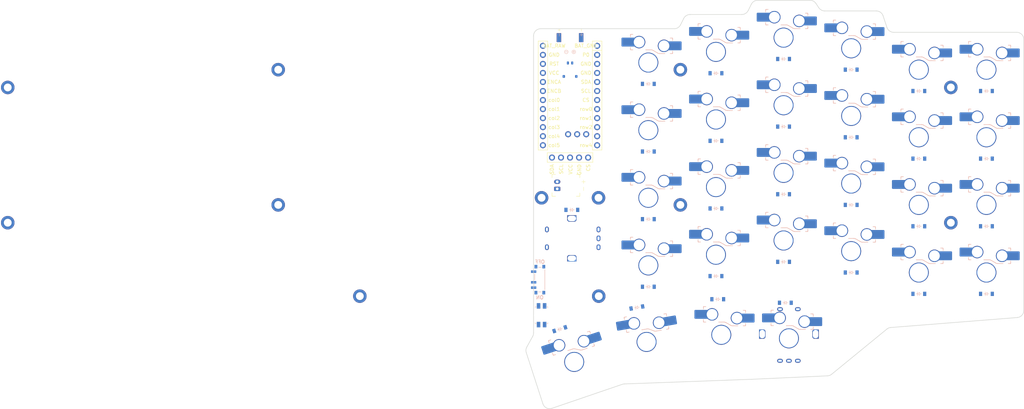
<source format=kicad_pcb>
(kicad_pcb (version 20240108) (generator "ergogen") (generator_version "4.1.0")
  (title_block (title "right") (date "2025-04-14") (rev "v1.0.0") (company "Unknown"))
  (layers (0 "F.Cu" signal) (31 "B.Cu" signal) (34 "B.Paste" user) (35 "F.Paste" user) (36 "B.SilkS" user "B.Silkscreen") (37 "F.SilkS" user "F.Silkscreen") (38 "B.Mask" user) (39 "F.Mask" user) (44 "Edge.Cuts" user))
  (net 0 "")
  (net 1 "col0")
  (net 2 "mirror_outer_bottom")
  (net 3 "GND")
  (net 4 "mirror_outer_home")
  (net 5 "mirror_outer_top")
  (net 6 "mirror_outer_num")
  (net 7 "col1")
  (net 8 "mirror_pinky_bottom")
  (net 9 "mirror_pinky_home")
  (net 10 "mirror_pinky_top")
  (net 11 "mirror_pinky_num")
  (net 12 "col2")
  (net 13 "mirror_ring_bottom")
  (net 14 "mirror_ring_home")
  (net 15 "mirror_ring_top")
  (net 16 "mirror_ring_num")
  (net 17 "col3")
  (net 18 "mirror_middle_bottom")
  (net 19 "mirror_middle_home")
  (net 20 "mirror_middle_top")
  (net 21 "mirror_middle_num")
  (net 22 "col4")
  (net 23 "mirror_index_bottom")
  (net 24 "mirror_index_home")
  (net 25 "mirror_index_top")
  (net 26 "mirror_index_num")
  (net 27 "col5")
  (net 28 "mirror_inner_bottom")
  (net 29 "mirror_inner_home")
  (net 30 "mirror_inner_top")
  (net 31 "mirror_inner_num")
  (net 32 "mirror_inner_cluster")
  (net 33 "mirror_home_cluster")
  (net 34 "mirror_layer_cluster")
  (net 35 "mirror_space_cluster")
  (net 36 "row3")
  (net 37 "row2")
  (net 38 "row1")
  (net 39 "row0")
  (net 40 "row4")
  (net 41 "mirror_scrollwheel_enc")
  (net 42 "scrollwheel_enc")
  (net 43 "ENCA")
  (net 44 "ENCB")
  (net 45 "ENCC")
  (net 46 "ENCD")
  (net 47 "BAT_RAW")
  (net 48 "RST")
  (net 49 "VCC")
  (net 50 "BAT_GND")
  (net 51 "P0")
  (net 52 "SDA")
  (net 53 "SCL")
  (net 54 "CS")
  (net 55 "P107")
  (net 56 "MCU1_24")
  (net 57 "MCU1_1")
  (net 58 "MCU1_23")
  (net 59 "MCU1_2")
  (net 60 "MCU1_22")
  (net 61 "MCU1_3")
  (net 62 "MCU1_21")
  (net 63 "MCU1_4")
  (net 64 "MCU1_20")
  (net 65 "MCU1_5")
  (net 66 "MCU1_19")
  (net 67 "MCU1_6")
  (net 68 "MCU1_18")
  (net 69 "MCU1_7")
  (net 70 "MCU1_17")
  (net 71 "MCU1_8")
  (net 72 "MCU1_16")
  (net 73 "MCU1_9")
  (net 74 "MCU1_15")
  (net 75 "MCU1_10")
  (net 76 "MCU1_14")
  (net 77 "MCU1_11")
  (net 78 "MCU1_13")
  (net 79 "MCU1_12")
  (net 80 "ON_P")
  (net 81 "PAD_3")
  (net 82 "PAD_4")
  (net 83 "PAD_5")
  (net 84 "DISP1_1")
  (net 85 "DISP1_2")
  (net 86 "DISP1_4")
  (net 87 "DISP1_5")
  (net 88 "JST1_1")
  (net 89 "JST1_2")
  (footprint "ceoloide:switch_gateron_ks27_ks33" (layer "B.Cu") (at 335 131 -180)
    (property "Reference" "S1" hide)
    (pad "" thru_hole circle (at 0 0 -180) (size 5.6 5.6) (drill 5.1) (layers "*.Cu" "*.Mask"))
    (pad "1" thru_hole circle (at -4.4 4.7 -180) (size 3.5 3.5) (drill 3) (layers "*.Cu" "*.Mask") (net 1 "col0"))
    (pad "2" thru_hole circle (at 2.6 5.75 -180) (size 3.5 3.5) (drill 3) (layers "*.Cu" "*.Mask") (net 2 "mirror_outer_bottom"))
    (pad "1" smd roundrect (at -7.35 4.7 -180) (size 4 2.5) (layers "B.Cu") (roundrect_rratio 0.1) (net 1 "col0"))
    (pad "2" smd roundrect (at 5.55 5.75 -180) (size 4 2.5) (layers "B.Cu") (roundrect_rratio 0.1) (net 2 "mirror_outer_bottom"))
  )
  (footprint "ceoloide:switch_gateron_ks27_ks33" (layer "B.Cu") (at 335 112 -180)
    (property "Reference" "S2" hide)
    (pad "" thru_hole circle (at 0 0 -180) (size 5.6 5.6) (drill 5.1) (layers "*.Cu" "*.Mask"))
    (pad "1" thru_hole circle (at -4.4 4.7 -180) (size 3.5 3.5) (drill 3) (layers "*.Cu" "*.Mask") (net 1 "col0"))
    (pad "2" thru_hole circle (at 2.6 5.75 -180) (size 3.5 3.5) (drill 3) (layers "*.Cu" "*.Mask") (net 4 "mirror_outer_home"))
    (pad "1" smd roundrect (at -7.35 4.7 -180) (size 4 2.5) (layers "B.Cu") (roundrect_rratio 0.1) (net 1 "col0"))
    (pad "2" smd roundrect (at 5.55 5.75 -180) (size 4 2.5) (layers "B.Cu") (roundrect_rratio 0.1) (net 4 "mirror_outer_home"))
  )
  (footprint "ceoloide:switch_gateron_ks27_ks33" (layer "B.Cu") (at 335 93 -180)
    (property "Reference" "S3" hide)
    (pad "" thru_hole circle (at 0 0 -180) (size 5.6 5.6) (drill 5.1) (layers "*.Cu" "*.Mask"))
    (pad "1" thru_hole circle (at -4.4 4.7 -180) (size 3.5 3.5) (drill 3) (layers "*.Cu" "*.Mask") (net 1 "col0"))
    (pad "2" thru_hole circle (at 2.6 5.75 -180) (size 3.5 3.5) (drill 3) (layers "*.Cu" "*.Mask") (net 5 "mirror_outer_top"))
    (pad "1" smd roundrect (at -7.35 4.7 -180) (size 4 2.5) (layers "B.Cu") (roundrect_rratio 0.1) (net 1 "col0"))
    (pad "2" smd roundrect (at 5.55 5.75 -180) (size 4 2.5) (layers "B.Cu") (roundrect_rratio 0.1) (net 5 "mirror_outer_top"))
  )
  (footprint "ceoloide:switch_gateron_ks27_ks33" (layer "B.Cu") (at 335 74 -180)
    (property "Reference" "S4" hide)
    (pad "" thru_hole circle (at 0 0 -180) (size 5.6 5.6) (drill 5.1) (layers "*.Cu" "*.Mask"))
    (pad "1" thru_hole circle (at -4.4 4.7 -180) (size 3.5 3.5) (drill 3) (layers "*.Cu" "*.Mask") (net 1 "col0"))
    (pad "2" thru_hole circle (at 2.6 5.75 -180) (size 3.5 3.5) (drill 3) (layers "*.Cu" "*.Mask") (net 6 "mirror_outer_num"))
    (pad "1" smd roundrect (at -7.35 4.7 -180) (size 4 2.5) (layers "B.Cu") (roundrect_rratio 0.1) (net 1 "col0"))
    (pad "2" smd roundrect (at 5.55 5.75 -180) (size 4 2.5) (layers "B.Cu") (roundrect_rratio 0.1) (net 6 "mirror_outer_num"))
  )
  (footprint "ceoloide:switch_gateron_ks27_ks33" (layer "B.Cu") (at 316 131 -180)
    (property "Reference" "S5" hide)
    (pad "" thru_hole circle (at 0 0 -180) (size 5.6 5.6) (drill 5.1) (layers "*.Cu" "*.Mask"))
    (pad "1" thru_hole circle (at -4.4 4.7 -180) (size 3.5 3.5) (drill 3) (layers "*.Cu" "*.Mask") (net 7 "col1"))
    (pad "2" thru_hole circle (at 2.6 5.75 -180) (size 3.5 3.5) (drill 3) (layers "*.Cu" "*.Mask") (net 8 "mirror_pinky_bottom"))
    (pad "1" smd roundrect (at -7.35 4.7 -180) (size 4 2.5) (layers "B.Cu") (roundrect_rratio 0.1) (net 7 "col1"))
    (pad "2" smd roundrect (at 5.55 5.75 -180) (size 4 2.5) (layers "B.Cu") (roundrect_rratio 0.1) (net 8 "mirror_pinky_bottom"))
  )
  (footprint "ceoloide:switch_gateron_ks27_ks33" (layer "B.Cu") (at 316 112 -180)
    (property "Reference" "S6" hide)
    (pad "" thru_hole circle (at 0 0 -180) (size 5.6 5.6) (drill 5.1) (layers "*.Cu" "*.Mask"))
    (pad "1" thru_hole circle (at -4.4 4.7 -180) (size 3.5 3.5) (drill 3) (layers "*.Cu" "*.Mask") (net 7 "col1"))
    (pad "2" thru_hole circle (at 2.6 5.75 -180) (size 3.5 3.5) (drill 3) (layers "*.Cu" "*.Mask") (net 9 "mirror_pinky_home"))
    (pad "1" smd roundrect (at -7.35 4.7 -180) (size 4 2.5) (layers "B.Cu") (roundrect_rratio 0.1) (net 7 "col1"))
    (pad "2" smd roundrect (at 5.55 5.75 -180) (size 4 2.5) (layers "B.Cu") (roundrect_rratio 0.1) (net 9 "mirror_pinky_home"))
  )
  (footprint "ceoloide:switch_gateron_ks27_ks33" (layer "B.Cu") (at 316 93 -180)
    (property "Reference" "S7" hide)
    (pad "" thru_hole circle (at 0 0 -180) (size 5.6 5.6) (drill 5.1) (layers "*.Cu" "*.Mask"))
    (pad "1" thru_hole circle (at -4.4 4.7 -180) (size 3.5 3.5) (drill 3) (layers "*.Cu" "*.Mask") (net 7 "col1"))
    (pad "2" thru_hole circle (at 2.6 5.75 -180) (size 3.5 3.5) (drill 3) (layers "*.Cu" "*.Mask") (net 10 "mirror_pinky_top"))
    (pad "1" smd roundrect (at -7.35 4.7 -180) (size 4 2.5) (layers "B.Cu") (roundrect_rratio 0.1) (net 7 "col1"))
    (pad "2" smd roundrect (at 5.55 5.75 -180) (size 4 2.5) (layers "B.Cu") (roundrect_rratio 0.1) (net 10 "mirror_pinky_top"))
  )
  (footprint "ceoloide:switch_gateron_ks27_ks33" (layer "B.Cu") (at 316 74 -180)
    (property "Reference" "S8" hide)
    (pad "" thru_hole circle (at 0 0 -180) (size 5.6 5.6) (drill 5.1) (layers "*.Cu" "*.Mask"))
    (pad "1" thru_hole circle (at -4.4 4.7 -180) (size 3.5 3.5) (drill 3) (layers "*.Cu" "*.Mask") (net 7 "col1"))
    (pad "2" thru_hole circle (at 2.6 5.75 -180) (size 3.5 3.5) (drill 3) (layers "*.Cu" "*.Mask") (net 11 "mirror_pinky_num"))
    (pad "1" smd roundrect (at -7.35 4.7 -180) (size 4 2.5) (layers "B.Cu") (roundrect_rratio 0.1) (net 7 "col1"))
    (pad "2" smd roundrect (at 5.55 5.75 -180) (size 4 2.5) (layers "B.Cu") (roundrect_rratio 0.1) (net 11 "mirror_pinky_num"))
  )
  (footprint "ceoloide:switch_gateron_ks27_ks33" (layer "B.Cu") (at 297 125 -180)
    (property "Reference" "S9" hide)
    (pad "" thru_hole circle (at 0 0 -180) (size 5.6 5.6) (drill 5.1) (layers "*.Cu" "*.Mask"))
    (pad "1" thru_hole circle (at -4.4 4.7 -180) (size 3.5 3.5) (drill 3) (layers "*.Cu" "*.Mask") (net 12 "col2"))
    (pad "2" thru_hole circle (at 2.6 5.75 -180) (size 3.5 3.5) (drill 3) (layers "*.Cu" "*.Mask") (net 13 "mirror_ring_bottom"))
    (pad "1" smd roundrect (at -7.35 4.7 -180) (size 4 2.5) (layers "B.Cu") (roundrect_rratio 0.1) (net 12 "col2"))
    (pad "2" smd roundrect (at 5.55 5.75 -180) (size 4 2.5) (layers "B.Cu") (roundrect_rratio 0.1) (net 13 "mirror_ring_bottom"))
  )
  (footprint "ceoloide:switch_gateron_ks27_ks33" (layer "B.Cu") (at 297 106 -180)
    (property "Reference" "S10" hide)
    (pad "" thru_hole circle (at 0 0 -180) (size 5.6 5.6) (drill 5.1) (layers "*.Cu" "*.Mask"))
    (pad "1" thru_hole circle (at -4.4 4.7 -180) (size 3.5 3.5) (drill 3) (layers "*.Cu" "*.Mask") (net 12 "col2"))
    (pad "2" thru_hole circle (at 2.6 5.75 -180) (size 3.5 3.5) (drill 3) (layers "*.Cu" "*.Mask") (net 14 "mirror_ring_home"))
    (pad "1" smd roundrect (at -7.35 4.7 -180) (size 4 2.5) (layers "B.Cu") (roundrect_rratio 0.1) (net 12 "col2"))
    (pad "2" smd roundrect (at 5.55 5.75 -180) (size 4 2.5) (layers "B.Cu") (roundrect_rratio 0.1) (net 14 "mirror_ring_home"))
  )
  (footprint "ceoloide:switch_gateron_ks27_ks33" (layer "B.Cu") (at 297 87 -180)
    (property "Reference" "S11" hide)
    (pad "" thru_hole circle (at 0 0 -180) (size 5.6 5.6) (drill 5.1) (layers "*.Cu" "*.Mask"))
    (pad "1" thru_hole circle (at -4.4 4.7 -180) (size 3.5 3.5) (drill 3) (layers "*.Cu" "*.Mask") (net 12 "col2"))
    (pad "2" thru_hole circle (at 2.6 5.75 -180) (size 3.5 3.5) (drill 3) (layers "*.Cu" "*.Mask") (net 15 "mirror_ring_top"))
    (pad "1" smd roundrect (at -7.35 4.7 -180) (size 4 2.5) (layers "B.Cu") (roundrect_rratio 0.1) (net 12 "col2"))
    (pad "2" smd roundrect (at 5.55 5.75 -180) (size 4 2.5) (layers "B.Cu") (roundrect_rratio 0.1) (net 15 "mirror_ring_top"))
  )
  (footprint "ceoloide:switch_gateron_ks27_ks33" (layer "B.Cu") (at 297 68 -180)
    (property "Reference" "S12" hide)
    (pad "" thru_hole circle (at 0 0 -180) (size 5.6 5.6) (drill 5.1) (layers "*.Cu" "*.Mask"))
    (pad "1" thru_hole circle (at -4.4 4.7 -180) (size 3.5 3.5) (drill 3) (layers "*.Cu" "*.Mask") (net 12 "col2"))
    (pad "2" thru_hole circle (at 2.6 5.75 -180) (size 3.5 3.5) (drill 3) (layers "*.Cu" "*.Mask") (net 16 "mirror_ring_num"))
    (pad "1" smd roundrect (at -7.35 4.7 -180) (size 4 2.5) (layers "B.Cu") (roundrect_rratio 0.1) (net 12 "col2"))
    (pad "2" smd roundrect (at 5.55 5.75 -180) (size 4 2.5) (layers "B.Cu") (roundrect_rratio 0.1) (net 16 "mirror_ring_num"))
  )
  (footprint "ceoloide:switch_gateron_ks27_ks33" (layer "B.Cu") (at 278 122 -180)
    (property "Reference" "S13" hide)
    (pad "" thru_hole circle (at 0 0 -180) (size 5.6 5.6) (drill 5.1) (layers "*.Cu" "*.Mask"))
    (pad "1" thru_hole circle (at -4.4 4.7 -180) (size 3.5 3.5) (drill 3) (layers "*.Cu" "*.Mask") (net 17 "col3"))
    (pad "2" thru_hole circle (at 2.6 5.75 -180) (size 3.5 3.5) (drill 3) (layers "*.Cu" "*.Mask") (net 18 "mirror_middle_bottom"))
    (pad "1" smd roundrect (at -7.35 4.7 -180) (size 4 2.5) (layers "B.Cu") (roundrect_rratio 0.1) (net 17 "col3"))
    (pad "2" smd roundrect (at 5.55 5.75 -180) (size 4 2.5) (layers "B.Cu") (roundrect_rratio 0.1) (net 18 "mirror_middle_bottom"))
  )
  (footprint "ceoloide:switch_gateron_ks27_ks33" (layer "B.Cu") (at 278 103 -180)
    (property "Reference" "S14" hide)
    (pad "" thru_hole circle (at 0 0 -180) (size 5.6 5.6) (drill 5.1) (layers "*.Cu" "*.Mask"))
    (pad "1" thru_hole circle (at -4.4 4.7 -180) (size 3.5 3.5) (drill 3) (layers "*.Cu" "*.Mask") (net 17 "col3"))
    (pad "2" thru_hole circle (at 2.6 5.75 -180) (size 3.5 3.5) (drill 3) (layers "*.Cu" "*.Mask") (net 19 "mirror_middle_home"))
    (pad "1" smd roundrect (at -7.35 4.7 -180) (size 4 2.5) (layers "B.Cu") (roundrect_rratio 0.1) (net 17 "col3"))
    (pad "2" smd roundrect (at 5.55 5.75 -180) (size 4 2.5) (layers "B.Cu") (roundrect_rratio 0.1) (net 19 "mirror_middle_home"))
  )
  (footprint "ceoloide:switch_gateron_ks27_ks33" (layer "B.Cu") (at 278 84 -180)
    (property "Reference" "S15" hide)
    (pad "" thru_hole circle (at 0 0 -180) (size 5.6 5.6) (drill 5.1) (layers "*.Cu" "*.Mask"))
    (pad "1" thru_hole circle (at -4.4 4.7 -180) (size 3.5 3.5) (drill 3) (layers "*.Cu" "*.Mask") (net 17 "col3"))
    (pad "2" thru_hole circle (at 2.6 5.75 -180) (size 3.5 3.5) (drill 3) (layers "*.Cu" "*.Mask") (net 20 "mirror_middle_top"))
    (pad "1" smd roundrect (at -7.35 4.7 -180) (size 4 2.5) (layers "B.Cu") (roundrect_rratio 0.1) (net 17 "col3"))
    (pad "2" smd roundrect (at 5.55 5.75 -180) (size 4 2.5) (layers "B.Cu") (roundrect_rratio 0.1) (net 20 "mirror_middle_top"))
  )
  (footprint "ceoloide:switch_gateron_ks27_ks33" (layer "B.Cu") (at 278 65 -180)
    (property "Reference" "S16" hide)
    (pad "" thru_hole circle (at 0 0 -180) (size 5.6 5.6) (drill 5.1) (layers "*.Cu" "*.Mask"))
    (pad "1" thru_hole circle (at -4.4 4.7 -180) (size 3.5 3.5) (drill 3) (layers "*.Cu" "*.Mask") (net 17 "col3"))
    (pad "2" thru_hole circle (at 2.6 5.75 -180) (size 3.5 3.5) (drill 3) (layers "*.Cu" "*.Mask") (net 21 "mirror_middle_num"))
    (pad "1" smd roundrect (at -7.35 4.7 -180) (size 4 2.5) (layers "B.Cu") (roundrect_rratio 0.1) (net 17 "col3"))
    (pad "2" smd roundrect (at 5.55 5.75 -180) (size 4 2.5) (layers "B.Cu") (roundrect_rratio 0.1) (net 21 "mirror_middle_num"))
  )
  (footprint "ceoloide:switch_gateron_ks27_ks33" (layer "B.Cu") (at 259 126 -180)
    (property "Reference" "S17" hide)
    (pad "" thru_hole circle (at 0 0 -180) (size 5.6 5.6) (drill 5.1) (layers "*.Cu" "*.Mask"))
    (pad "1" thru_hole circle (at -4.4 4.7 -180) (size 3.5 3.5) (drill 3) (layers "*.Cu" "*.Mask") (net 22 "col4"))
    (pad "2" thru_hole circle (at 2.6 5.75 -180) (size 3.5 3.5) (drill 3) (layers "*.Cu" "*.Mask") (net 23 "mirror_index_bottom"))
    (pad "1" smd roundrect (at -7.35 4.7 -180) (size 4 2.5) (layers "B.Cu") (roundrect_rratio 0.1) (net 22 "col4"))
    (pad "2" smd roundrect (at 5.55 5.75 -180) (size 4 2.5) (layers "B.Cu") (roundrect_rratio 0.1) (net 23 "mirror_index_bottom"))
  )
  (footprint "ceoloide:switch_gateron_ks27_ks33" (layer "B.Cu") (at 259 107 -180)
    (property "Reference" "S18" hide)
    (pad "" thru_hole circle (at 0 0 -180) (size 5.6 5.6) (drill 5.1) (layers "*.Cu" "*.Mask"))
    (pad "1" thru_hole circle (at -4.4 4.7 -180) (size 3.5 3.5) (drill 3) (layers "*.Cu" "*.Mask") (net 22 "col4"))
    (pad "2" thru_hole circle (at 2.6 5.75 -180) (size 3.5 3.5) (drill 3) (layers "*.Cu" "*.Mask") (net 24 "mirror_index_home"))
    (pad "1" smd roundrect (at -7.35 4.7 -180) (size 4 2.5) (layers "B.Cu") (roundrect_rratio 0.1) (net 22 "col4"))
    (pad "2" smd roundrect (at 5.55 5.75 -180) (size 4 2.5) (layers "B.Cu") (roundrect_rratio 0.1) (net 24 "mirror_index_home"))
  )
  (footprint "ceoloide:switch_gateron_ks27_ks33" (layer "B.Cu") (at 259 88 -180)
    (property "Reference" "S19" hide)
    (pad "" thru_hole circle (at 0 0 -180) (size 5.6 5.6) (drill 5.1) (layers "*.Cu" "*.Mask"))
    (pad "1" thru_hole circle (at -4.4 4.7 -180) (size 3.5 3.5) (drill 3) (layers "*.Cu" "*.Mask") (net 22 "col4"))
    (pad "2" thru_hole circle (at 2.6 5.75 -180) (size 3.5 3.5) (drill 3) (layers "*.Cu" "*.Mask") (net 25 "mirror_index_top"))
    (pad "1" smd roundrect (at -7.35 4.7 -180) (size 4 2.5) (layers "B.Cu") (roundrect_rratio 0.1) (net 22 "col4"))
    (pad "2" smd roundrect (at 5.55 5.75 -180) (size 4 2.5) (layers "B.Cu") (roundrect_rratio 0.1) (net 25 "mirror_index_top"))
  )
  (footprint "ceoloide:switch_gateron_ks27_ks33" (layer "B.Cu") (at 259 69 -180)
    (property "Reference" "S20" hide)
    (pad "" thru_hole circle (at 0 0 -180) (size 5.6 5.6) (drill 5.1) (layers "*.Cu" "*.Mask"))
    (pad "1" thru_hole circle (at -4.4 4.7 -180) (size 3.5 3.5) (drill 3) (layers "*.Cu" "*.Mask") (net 22 "col4"))
    (pad "2" thru_hole circle (at 2.6 5.75 -180) (size 3.5 3.5) (drill 3) (layers "*.Cu" "*.Mask") (net 26 "mirror_index_num"))
    (pad "1" smd roundrect (at -7.35 4.7 -180) (size 4 2.5) (layers "B.Cu") (roundrect_rratio 0.1) (net 22 "col4"))
    (pad "2" smd roundrect (at 5.55 5.75 -180) (size 4 2.5) (layers "B.Cu") (roundrect_rratio 0.1) (net 26 "mirror_index_num"))
  )
  (footprint "ceoloide:switch_gateron_ks27_ks33" (layer "B.Cu") (at 240 129 -180)
    (property "Reference" "S21" hide)
    (pad "" thru_hole circle (at 0 0 -180) (size 5.6 5.6) (drill 5.1) (layers "*.Cu" "*.Mask"))
    (pad "1" thru_hole circle (at -4.4 4.7 -180) (size 3.5 3.5) (drill 3) (layers "*.Cu" "*.Mask") (net 27 "col5"))
    (pad "2" thru_hole circle (at 2.6 5.75 -180) (size 3.5 3.5) (drill 3) (layers "*.Cu" "*.Mask") (net 28 "mirror_inner_bottom"))
    (pad "1" smd roundrect (at -7.35 4.7 -180) (size 4 2.5) (layers "B.Cu") (roundrect_rratio 0.1) (net 27 "col5"))
    (pad "2" smd roundrect (at 5.55 5.75 -180) (size 4 2.5) (layers "B.Cu") (roundrect_rratio 0.1) (net 28 "mirror_inner_bottom"))
  )
  (footprint "ceoloide:switch_gateron_ks27_ks33" (layer "B.Cu") (at 240 110 -180)
    (property "Reference" "S22" hide)
    (pad "" thru_hole circle (at 0 0 -180) (size 5.6 5.6) (drill 5.1) (layers "*.Cu" "*.Mask"))
    (pad "1" thru_hole circle (at -4.4 4.7 -180) (size 3.5 3.5) (drill 3) (layers "*.Cu" "*.Mask") (net 27 "col5"))
    (pad "2" thru_hole circle (at 2.6 5.75 -180) (size 3.5 3.5) (drill 3) (layers "*.Cu" "*.Mask") (net 29 "mirror_inner_home"))
    (pad "1" smd roundrect (at -7.35 4.7 -180) (size 4 2.5) (layers "B.Cu") (roundrect_rratio 0.1) (net 27 "col5"))
    (pad "2" smd roundrect (at 5.55 5.75 -180) (size 4 2.5) (layers "B.Cu") (roundrect_rratio 0.1) (net 29 "mirror_inner_home"))
  )
  (footprint "ceoloide:switch_gateron_ks27_ks33" (layer "B.Cu") (at 240 91 -180)
    (property "Reference" "S23" hide)
    (pad "" thru_hole circle (at 0 0 -180) (size 5.6 5.6) (drill 5.1) (layers "*.Cu" "*.Mask"))
    (pad "1" thru_hole circle (at -4.4 4.7 -180) (size 3.5 3.5) (drill 3) (layers "*.Cu" "*.Mask") (net 27 "col5"))
    (pad "2" thru_hole circle (at 2.6 5.75 -180) (size 3.5 3.5) (drill 3) (layers "*.Cu" "*.Mask") (net 30 "mirror_inner_top"))
    (pad "1" smd roundrect (at -7.35 4.7 -180) (size 4 2.5) (layers "B.Cu") (roundrect_rratio 0.1) (net 27 "col5"))
    (pad "2" smd roundrect (at 5.55 5.75 -180) (size 4 2.5) (layers "B.Cu") (roundrect_rratio 0.1) (net 30 "mirror_inner_top"))
  )
  (footprint "ceoloide:switch_gateron_ks27_ks33" (layer "B.Cu") (at 240 72 -180)
    (property "Reference" "S24" hide)
    (pad "" thru_hole circle (at 0 0 -180) (size 5.6 5.6) (drill 5.1) (layers "*.Cu" "*.Mask"))
    (pad "1" thru_hole circle (at -4.4 4.7 -180) (size 3.5 3.5) (drill 3) (layers "*.Cu" "*.Mask") (net 27 "col5"))
    (pad "2" thru_hole circle (at 2.6 5.75 -180) (size 3.5 3.5) (drill 3) (layers "*.Cu" "*.Mask") (net 31 "mirror_inner_num"))
    (pad "1" smd roundrect (at -7.35 4.7 -180) (size 4 2.5) (layers "B.Cu") (roundrect_rratio 0.1) (net 27 "col5"))
    (pad "2" smd roundrect (at 5.55 5.75 -180) (size 4 2.5) (layers "B.Cu") (roundrect_rratio 0.1) (net 31 "mirror_inner_num"))
  )
  (footprint "ceoloide:switch_gateron_ks27_ks33" (layer "B.Cu") (at 279.5 149.5 -180)
    (property "Reference" "S25" hide)
    (pad "" thru_hole circle (at 0 0 -180) (size 5.6 5.6) (drill 5.1) (layers "*.Cu" "*.Mask"))
    (pad "1" thru_hole circle (at -4.4 4.7 -180) (size 3.5 3.5) (drill 3) (layers "*.Cu" "*.Mask") (net 12 "col2"))
    (pad "2" thru_hole circle (at 2.6 5.75 -180) (size 3.5 3.5) (drill 3) (layers "*.Cu" "*.Mask") (net 32 "mirror_inner_cluster"))
    (pad "1" smd roundrect (at -7.35 4.7 -180) (size 4 2.5) (layers "B.Cu") (roundrect_rratio 0.1) (net 12 "col2"))
    (pad "2" smd roundrect (at 5.55 5.75 -180) (size 4 2.5) (layers "B.Cu") (roundrect_rratio 0.1) (net 32 "mirror_inner_cluster"))
  )
  (footprint "ceoloide:switch_gateron_ks27_ks33" (layer "B.Cu") (at 260.5 148.5 -180)
    (property "Reference" "S26" hide)
    (pad "" thru_hole circle (at 0 0 -180) (size 5.6 5.6) (drill 5.1) (layers "*.Cu" "*.Mask"))
    (pad "1" thru_hole circle (at -4.4 4.7 -180) (size 3.5 3.5) (drill 3) (layers "*.Cu" "*.Mask") (net 17 "col3"))
    (pad "2" thru_hole circle (at 2.6 5.75 -180) (size 3.5 3.5) (drill 3) (layers "*.Cu" "*.Mask") (net 33 "mirror_home_cluster"))
    (pad "1" smd roundrect (at -7.35 4.7 -180) (size 4 2.5) (layers "B.Cu") (roundrect_rratio 0.1) (net 17 "col3"))
    (pad "2" smd roundrect (at 5.55 5.75 -180) (size 4 2.5) (layers "B.Cu") (roundrect_rratio 0.1) (net 33 "mirror_home_cluster"))
  )
  (footprint "ceoloide:switch_gateron_ks27_ks33" (layer "B.Cu") (at 239.5 150.5 -170)
    (property "Reference" "S27" hide)
    (pad "" thru_hole circle (at 0 0 -170) (size 5.6 5.6) (drill 5.1) (layers "*.Cu" "*.Mask"))
    (pad "1" thru_hole circle (at -4.4 4.7 -170) (size 3.5 3.5) (drill 3) (layers "*.Cu" "*.Mask") (net 22 "col4"))
    (pad "2" thru_hole circle (at 2.6 5.75 -170) (size 3.5 3.5) (drill 3) (layers "*.Cu" "*.Mask") (net 34 "mirror_layer_cluster"))
    (pad "1" smd roundrect (at -7.35 4.7 -170) (size 4 2.5) (layers "B.Cu") (roundrect_rratio 0.1) (net 22 "col4"))
    (pad "2" smd roundrect (at 5.55 5.75 -170) (size 4 2.5) (layers "B.Cu") (roundrect_rratio 0.1) (net 34 "mirror_layer_cluster"))
  )
  (footprint "ceoloide:switch_gateron_ks27_ks33" (layer "B.Cu") (at 219.1663335 156.1162272 -162)
    (property "Reference" "S28" hide)
    (pad "" thru_hole circle (at 0 0 -162) (size 5.6 5.6) (drill 5.1) (layers "*.Cu" "*.Mask"))
    (pad "1" thru_hole circle (at -4.4 4.7 -162) (size 3.5 3.5) (drill 3) (layers "*.Cu" "*.Mask") (net 27 "col5"))
    (pad "2" thru_hole circle (at 2.6 5.75 -162) (size 3.5 3.5) (drill 3) (layers "*.Cu" "*.Mask") (net 35 "mirror_space_cluster"))
    (pad "1" smd roundrect (at -7.35 4.7 -162) (size 4 2.5) (layers "B.Cu") (roundrect_rratio 0.1) (net 27 "col5"))
    (pad "2" smd roundrect (at 5.55 5.75 -162) (size 4 2.5) (layers "B.Cu") (roundrect_rratio 0.1) (net 35 "mirror_space_cluster"))
  )
  (footprint "ceoloide:diode_tht_sod123" (layer "B.Cu") (at 335 137 0)
    (property "Reference" "D1" hide)
    (pad "1" smd rect (at -1.65 0 0) (size 0.9 1.2) (layers "B.Cu" "B.Paste" "B.Mask") (net 36 "row3"))
    (pad "2" smd rect (at 1.65 0 0) (size 0.9 1.2) (layers "B.Cu" "B.Paste" "B.Mask") (net 2 "mirror_outer_bottom"))
  )
  (footprint "ceoloide:diode_tht_sod123" (layer "B.Cu") (at 335 118 0)
    (property "Reference" "D2" hide)
    (pad "1" smd rect (at -1.65 0 0) (size 0.9 1.2) (layers "B.Cu" "B.Paste" "B.Mask") (net 37 "row2"))
    (pad "2" smd rect (at 1.65 0 0) (size 0.9 1.2) (layers "B.Cu" "B.Paste" "B.Mask") (net 4 "mirror_outer_home"))
  )
  (footprint "ceoloide:diode_tht_sod123" (layer "B.Cu") (at 335 99 0)
    (property "Reference" "D3" hide)
    (pad "1" smd rect (at -1.65 0 0) (size 0.9 1.2) (layers "B.Cu" "B.Paste" "B.Mask") (net 38 "row1"))
    (pad "2" smd rect (at 1.65 0 0) (size 0.9 1.2) (layers "B.Cu" "B.Paste" "B.Mask") (net 5 "mirror_outer_top"))
  )
  (footprint "ceoloide:diode_tht_sod123" (layer "B.Cu") (at 335 80 0)
    (property "Reference" "D4" hide)
    (pad "1" smd rect (at -1.65 0 0) (size 0.9 1.2) (layers "B.Cu" "B.Paste" "B.Mask") (net 39 "row0"))
    (pad "2" smd rect (at 1.65 0 0) (size 0.9 1.2) (layers "B.Cu" "B.Paste" "B.Mask") (net 6 "mirror_outer_num"))
  )
  (footprint "ceoloide:diode_tht_sod123" (layer "B.Cu") (at 316 137 0)
    (property "Reference" "D5" hide)
    (pad "1" smd rect (at -1.65 0 0) (size 0.9 1.2) (layers "B.Cu" "B.Paste" "B.Mask") (net 36 "row3"))
    (pad "2" smd rect (at 1.65 0 0) (size 0.9 1.2) (layers "B.Cu" "B.Paste" "B.Mask") (net 8 "mirror_pinky_bottom"))
  )
  (footprint "ceoloide:diode_tht_sod123" (layer "B.Cu") (at 316 118 0)
    (property "Reference" "D6" hide)
    (pad "1" smd rect (at -1.65 0 0) (size 0.9 1.2) (layers "B.Cu" "B.Paste" "B.Mask") (net 37 "row2"))
    (pad "2" smd rect (at 1.65 0 0) (size 0.9 1.2) (layers "B.Cu" "B.Paste" "B.Mask") (net 9 "mirror_pinky_home"))
  )
  (footprint "ceoloide:diode_tht_sod123" (layer "B.Cu") (at 316 99 0)
    (property "Reference" "D7" hide)
    (pad "1" smd rect (at -1.65 0 0) (size 0.9 1.2) (layers "B.Cu" "B.Paste" "B.Mask") (net 38 "row1"))
    (pad "2" smd rect (at 1.65 0 0) (size 0.9 1.2) (layers "B.Cu" "B.Paste" "B.Mask") (net 10 "mirror_pinky_top"))
  )
  (footprint "ceoloide:diode_tht_sod123" (layer "B.Cu") (at 316 80 0)
    (property "Reference" "D8" hide)
    (pad "1" smd rect (at -1.65 0 0) (size 0.9 1.2) (layers "B.Cu" "B.Paste" "B.Mask") (net 39 "row0"))
    (pad "2" smd rect (at 1.65 0 0) (size 0.9 1.2) (layers "B.Cu" "B.Paste" "B.Mask") (net 11 "mirror_pinky_num"))
  )
  (footprint "ceoloide:diode_tht_sod123" (layer "B.Cu") (at 297 131 0)
    (property "Reference" "D9" hide)
    (pad "1" smd rect (at -1.65 0 0) (size 0.9 1.2) (layers "B.Cu" "B.Paste" "B.Mask") (net 36 "row3"))
    (pad "2" smd rect (at 1.65 0 0) (size 0.9 1.2) (layers "B.Cu" "B.Paste" "B.Mask") (net 13 "mirror_ring_bottom"))
  )
  (footprint "ceoloide:diode_tht_sod123" (layer "B.Cu") (at 297 112 0)
    (property "Reference" "D10" hide)
    (pad "1" smd rect (at -1.65 0 0) (size 0.9 1.2) (layers "B.Cu" "B.Paste" "B.Mask") (net 37 "row2"))
    (pad "2" smd rect (at 1.65 0 0) (size 0.9 1.2) (layers "B.Cu" "B.Paste" "B.Mask") (net 14 "mirror_ring_home"))
  )
  (footprint "ceoloide:diode_tht_sod123" (layer "B.Cu") (at 297 93 0)
    (property "Reference" "D11" hide)
    (pad "1" smd rect (at -1.65 0 0) (size 0.9 1.2) (layers "B.Cu" "B.Paste" "B.Mask") (net 38 "row1"))
    (pad "2" smd rect (at 1.65 0 0) (size 0.9 1.2) (layers "B.Cu" "B.Paste" "B.Mask") (net 15 "mirror_ring_top"))
  )
  (footprint "ceoloide:diode_tht_sod123" (layer "B.Cu") (at 297 74 0)
    (property "Reference" "D12" hide)
    (pad "1" smd rect (at -1.65 0 0) (size 0.9 1.2) (layers "B.Cu" "B.Paste" "B.Mask") (net 39 "row0"))
    (pad "2" smd rect (at 1.65 0 0) (size 0.9 1.2) (layers "B.Cu" "B.Paste" "B.Mask") (net 16 "mirror_ring_num"))
  )
  (footprint "ceoloide:diode_tht_sod123" (layer "B.Cu") (at 278 128 0)
    (property "Reference" "D13" hide)
    (pad "1" smd rect (at -1.65 0 0) (size 0.9 1.2) (layers "B.Cu" "B.Paste" "B.Mask") (net 36 "row3"))
    (pad "2" smd rect (at 1.65 0 0) (size 0.9 1.2) (layers "B.Cu" "B.Paste" "B.Mask") (net 18 "mirror_middle_bottom"))
  )
  (footprint "ceoloide:diode_tht_sod123" (layer "B.Cu") (at 278 109 0)
    (property "Reference" "D14" hide)
    (pad "1" smd rect (at -1.65 0 0) (size 0.9 1.2) (layers "B.Cu" "B.Paste" "B.Mask") (net 37 "row2"))
    (pad "2" smd rect (at 1.65 0 0) (size 0.9 1.2) (layers "B.Cu" "B.Paste" "B.Mask") (net 19 "mirror_middle_home"))
  )
  (footprint "ceoloide:diode_tht_sod123" (layer "B.Cu") (at 278 90 0)
    (property "Reference" "D15" hide)
    (pad "1" smd rect (at -1.65 0 0) (size 0.9 1.2) (layers "B.Cu" "B.Paste" "B.Mask") (net 38 "row1"))
    (pad "2" smd rect (at 1.65 0 0) (size 0.9 1.2) (layers "B.Cu" "B.Paste" "B.Mask") (net 20 "mirror_middle_top"))
  )
  (footprint "ceoloide:diode_tht_sod123" (layer "B.Cu") (at 278 71 0)
    (property "Reference" "D16" hide)
    (pad "1" smd rect (at -1.65 0 0) (size 0.9 1.2) (layers "B.Cu" "B.Paste" "B.Mask") (net 39 "row0"))
    (pad "2" smd rect (at 1.65 0 0) (size 0.9 1.2) (layers "B.Cu" "B.Paste" "B.Mask") (net 21 "mirror_middle_num"))
  )
  (footprint "ceoloide:diode_tht_sod123" (layer "B.Cu") (at 259 132 0)
    (property "Reference" "D17" hide)
    (pad "1" smd rect (at -1.65 0 0) (size 0.9 1.2) (layers "B.Cu" "B.Paste" "B.Mask") (net 36 "row3"))
    (pad "2" smd rect (at 1.65 0 0) (size 0.9 1.2) (layers "B.Cu" "B.Paste" "B.Mask") (net 23 "mirror_index_bottom"))
  )
  (footprint "ceoloide:diode_tht_sod123" (layer "B.Cu") (at 259 113 0)
    (property "Reference" "D18" hide)
    (pad "1" smd rect (at -1.65 0 0) (size 0.9 1.2) (layers "B.Cu" "B.Paste" "B.Mask") (net 37 "row2"))
    (pad "2" smd rect (at 1.65 0 0) (size 0.9 1.2) (layers "B.Cu" "B.Paste" "B.Mask") (net 24 "mirror_index_home"))
  )
  (footprint "ceoloide:diode_tht_sod123" (layer "B.Cu") (at 259 94 0)
    (property "Reference" "D19" hide)
    (pad "1" smd rect (at -1.65 0 0) (size 0.9 1.2) (layers "B.Cu" "B.Paste" "B.Mask") (net 38 "row1"))
    (pad "2" smd rect (at 1.65 0 0) (size 0.9 1.2) (layers "B.Cu" "B.Paste" "B.Mask") (net 25 "mirror_index_top"))
  )
  (footprint "ceoloide:diode_tht_sod123" (layer "B.Cu") (at 259 75 0)
    (property "Reference" "D20" hide)
    (pad "1" smd rect (at -1.65 0 0) (size 0.9 1.2) (layers "B.Cu" "B.Paste" "B.Mask") (net 39 "row0"))
    (pad "2" smd rect (at 1.65 0 0) (size 0.9 1.2) (layers "B.Cu" "B.Paste" "B.Mask") (net 26 "mirror_index_num"))
  )
  (footprint "ceoloide:diode_tht_sod123" (layer "B.Cu") (at 240 135 0)
    (property "Reference" "D21" hide)
    (pad "1" smd rect (at -1.65 0 0) (size 0.9 1.2) (layers "B.Cu" "B.Paste" "B.Mask") (net 36 "row3"))
    (pad "2" smd rect (at 1.65 0 0) (size 0.9 1.2) (layers "B.Cu" "B.Paste" "B.Mask") (net 28 "mirror_inner_bottom"))
  )
  (footprint "ceoloide:diode_tht_sod123" (layer "B.Cu") (at 240 116 0)
    (property "Reference" "D22" hide)
    (pad "1" smd rect (at -1.65 0 0) (size 0.9 1.2) (layers "B.Cu" "B.Paste" "B.Mask") (net 37 "row2"))
    (pad "2" smd rect (at 1.65 0 0) (size 0.9 1.2) (layers "B.Cu" "B.Paste" "B.Mask") (net 29 "mirror_inner_home"))
  )
  (footprint "ceoloide:diode_tht_sod123" (layer "B.Cu") (at 240 97 0)
    (property "Reference" "D23" hide)
    (pad "1" smd rect (at -1.65 0 0) (size 0.9 1.2) (layers "B.Cu" "B.Paste" "B.Mask") (net 38 "row1"))
    (pad "2" smd rect (at 1.65 0 0) (size 0.9 1.2) (layers "B.Cu" "B.Paste" "B.Mask") (net 30 "mirror_inner_top"))
  )
  (footprint "ceoloide:diode_tht_sod123" (layer "B.Cu") (at 240 78 0)
    (property "Reference" "D24" hide)
    (pad "1" smd rect (at -1.65 0 0) (size 0.9 1.2) (layers "B.Cu" "B.Paste" "B.Mask") (net 39 "row0"))
    (pad "2" smd rect (at 1.65 0 0) (size 0.9 1.2) (layers "B.Cu" "B.Paste" "B.Mask") (net 31 "mirror_inner_num"))
  )
  (footprint "ceoloide:diode_tht_sod123" (layer "B.Cu") (at 278.5 139.5 0)
    (property "Reference" "D25" hide)
    (pad "1" smd rect (at -1.65 0 0) (size 0.9 1.2) (layers "B.Cu" "B.Paste" "B.Mask") (net 40 "row4"))
    (pad "2" smd rect (at 1.65 0 0) (size 0.9 1.2) (layers "B.Cu" "B.Paste" "B.Mask") (net 32 "mirror_inner_cluster"))
  )
  (footprint "ceoloide:diode_tht_sod123" (layer "B.Cu") (at 259.5 138.5 0)
    (property "Reference" "D26" hide)
    (pad "1" smd rect (at -1.65 0 0) (size 0.9 1.2) (layers "B.Cu" "B.Paste" "B.Mask") (net 40 "row4"))
    (pad "2" smd rect (at 1.65 0 0) (size 0.9 1.2) (layers "B.Cu" "B.Paste" "B.Mask") (net 33 "mirror_home_cluster"))
  )
  (footprint "ceoloide:diode_tht_sod123" (layer "B.Cu") (at 236.7787105 140.8255706 10)
    (property "Reference" "D27" hide)
    (pad "1" smd rect (at -1.65 0 10) (size 0.9 1.2) (layers "B.Cu" "B.Paste" "B.Mask") (net 40 "row4"))
    (pad "2" smd rect (at 1.65 0 10) (size 0.9 1.2) (layers "B.Cu" "B.Paste" "B.Mask") (net 34 "mirror_layer_cluster"))
  )
  (footprint "ceoloide:diode_tht_sod123" (layer "B.Cu") (at 215.125107 146.914679 18)
    (property "Reference" "D28" hide)
    (pad "1" smd rect (at -1.65 0 18) (size 0.9 1.2) (layers "B.Cu" "B.Paste" "B.Mask") (net 40 "row4"))
    (pad "2" smd rect (at 1.65 0 18) (size 0.9 1.2) (layers "B.Cu" "B.Paste" "B.Mask") (net 35 "mirror_space_cluster"))
  )
  (footprint "ceoloide:diode_tht_sod123" (layer "B.Cu") (at 218.5 113.4 0)
    (property "Reference" "D29" hide)
    (pad "1" smd rect (at -1.65 0 0) (size 0.9 1.2) (layers "B.Cu" "B.Paste" "B.Mask") (net 37 "row2"))
    (pad "2" smd rect (at 1.65 0 0) (size 0.9 1.2) (layers "B.Cu" "B.Paste" "B.Mask") (net 41 "mirror_scrollwheel_enc"))
  )
  (footprint "ceoloide:rotary_encoder_ec11_ec12" (layer "F.Cu") (at 218.5 121.4 -270)
    (property "Reference" "RE1" hide)
    (pad "A" thru_hole oval (at 2.5 7.5 -270) (size 1.6 1.1) (drill oval 1 0.5) (layers "*.Cu" "F.Mask") (net 43 "ENCA"))
    (pad "B" thru_hole oval (at 0 7.5 -270) (size 1.6 1.1) (drill oval 1 0.5) (layers "*.Cu" "F.Mask") (net 3 "GND"))
    (pad "C" thru_hole oval (at -2.5 7.5 -270) (size 1.6 1.1) (drill oval 1 0.5) (layers "*.Cu" "F.Mask") (net 44 "ENCB"))
    (pad "S1" thru_hole oval (at -2.5 -7 -270) (size 1.6 1.1) (drill oval 1 0.5) (layers "*.Cu" "F.Mask") (net 27 "col5"))
    (pad "S2" thru_hole oval (at 2.5 -7 -270) (size 1.6 1.1) (drill oval 1 0.5) (layers "*.Cu" "F.Mask") (net 42 "scrollwheel_enc"))
    (pad "" thru_hole roundrect (at -5.6 0 -360) (size 2.5999999999999996 1.8) (drill oval 2.3 1.5) (layers "*.Cu" "*.Mask") (roundrect_rratio 0) (chamfer_ratio 0.2) (chamfer top_right top_left))
    (pad "" thru_hole roundrect (at 5.6 0 -360) (size 2.5999999999999996 1.8) (drill oval 2.3 1.5) (layers "*.Cu" "*.Mask") (roundrect_rratio 0) (chamfer_ratio 0.2) (chamfer bottom_right bottom_left))
  )
  (footprint "ceoloide:rotary_encoder_ec11_ec12" (layer "F.Cu") (at 279.5 148.3 0)
    (property "Reference" "RE2" hide)
    (pad "A" thru_hole oval (at 2.5 7.5 0) (size 1.6 1.1) (drill oval 1 0.5) (layers "*.Cu" "F.Mask") (net 45 "ENCC"))
    (pad "B" thru_hole oval (at 0 7.5 0) (size 1.6 1.1) (drill oval 1 0.5) (layers "*.Cu" "F.Mask") (net 3 "GND"))
    (pad "C" thru_hole oval (at -2.5 7.5 0) (size 1.6 1.1) (drill oval 1 0.5) (layers "*.Cu" "F.Mask") (net 46 "ENCD"))
    (pad "S1" thru_hole oval (at -2.5 -7 0) (size 1.6 1.1) (drill oval 1 0.5) (layers "*.Cu" "F.Mask") (net 12 "col2"))
    (pad "S2" thru_hole oval (at 2.5 -7 0) (size 1.6 1.1) (drill oval 1 0.5) (layers "*.Cu" "F.Mask") (net 32 "mirror_inner_cluster"))
    (pad "" thru_hole roundrect (at -7.5 0 -90) (size 2.5999999999999996 1.8) (drill oval 2.3 1.5) (layers "*.Cu" "*.Mask") (roundrect_rratio 0) (chamfer_ratio 0.2) (chamfer top_right top_left))
    (pad "" thru_hole roundrect (at 7.5 0 -90) (size 2.5999999999999996 1.8) (drill oval 2.3 1.5) (layers "*.Cu" "*.Mask") (roundrect_rratio 0) (chamfer_ratio 0.2) (chamfer bottom_right bottom_left))
  )
  (footprint "ceoloide:mcu_supermini_nrf52840" (layer "F.Cu") (at 218 80 0)
    (property "Reference" "MCU1" hide)
    (pad "24" thru_hole circle (at -7.62 -12.7 0) (size 1.7 1.7) (drill 1) (layers "*.Cu" "*.Mask") (net 47 "BAT_RAW"))
    (pad "1" thru_hole circle (at 7.62 -12.7 0) (size 1.7 1.7) (drill 1) (layers "*.Cu" "*.Mask") (net 50 "BAT_GND"))
    (fp_text user "BAT_RAW" (at -4.47 -12.7 0) (layer "F.SilkS"))
    (fp_text user "BAT_GND" (at 4.47 -12.7 0) (layer "F.SilkS"))
    (pad "23" thru_hole circle (at -7.62 -10.16 0) (size 1.7 1.7) (drill 1) (layers "*.Cu" "*.Mask") (net 3 "GND"))
    (pad "2" thru_hole circle (at 7.62 -10.16 0) (size 1.7 1.7) (drill 1) (layers "*.Cu" "*.Mask") (net 51 "P0"))
    (fp_text user "GND" (at -4.47 -10.16 0) (layer "F.SilkS"))
    (fp_text user "P0" (at 4.47 -10.16 0) (layer "F.SilkS"))
    (pad "22" thru_hole circle (at -7.62 -7.619999999999999 0) (size 1.7 1.7) (drill 1) (layers "*.Cu" "*.Mask") (net 48 "RST"))
    (pad "3" thru_hole circle (at 7.62 -7.619999999999999 0) (size 1.7 1.7) (drill 1) (layers "*.Cu" "*.Mask") (net 3 "GND"))
    (fp_text user "RST" (at -4.47 -7.619999999999999 0) (layer "F.SilkS"))
    (fp_text user "GND" (at 4.47 -7.619999999999999 0) (layer "F.SilkS"))
    (pad "21" thru_hole circle (at -7.62 -5.079999999999999 0) (size 1.7 1.7) (drill 1) (layers "*.Cu" "*.Mask") (net 49 "VCC"))
    (pad "4" thru_hole circle (at 7.62 -5.079999999999999 0) (size 1.7 1.7) (drill 1) (layers "*.Cu" "*.Mask") (net 3 "GND"))
    (fp_text user "VCC" (at -4.47 -5.079999999999999 0) (layer "F.SilkS"))
    (fp_text user "GND" (at 4.47 -5.079999999999999 0) (layer "F.SilkS"))
    (pad "20" thru_hole circle (at -7.62 -2.539999999999999 0) (size 1.7 1.7) (drill 1) (layers "*.Cu" "*.Mask") (net 43 "ENCA"))
    (pad "5" thru_hole circle (at 7.62 -2.539999999999999 0) (size 1.7 1.7) (drill 1) (layers "*.Cu" "*.Mask") (net 52 "SDA"))
    (fp_text user "ENCA" (at -4.47 -2.539999999999999 0) (layer "F.SilkS"))
    (fp_text user "SDA" (at 4.47 -2.539999999999999 0) (layer "F.SilkS"))
    (pad "19" thru_hole circle (at -7.62 0 0) (size 1.7 1.7) (drill 1) (layers "*.Cu" "*.Mask") (net 44 "ENCB"))
    (pad "6" thru_hole circle (at 7.62 0 0) (size 1.7 1.7) (drill 1) (layers "*.Cu" "*.Mask") (net 53 "SCL"))
    (fp_text user "ENCB" (at -4.47 0 0) (layer "F.SilkS"))
    (fp_text user "SCL" (at 4.47 0 0) (layer "F.SilkS"))
    (pad "18" thru_hole circle (at -7.62 2.540000000000001 0) (size 1.7 1.7) (drill 1) (layers "*.Cu" "*.Mask") (net 1 "col0"))
    (pad "7" thru_hole circle (at 7.62 2.540000000000001 0) (size 1.7 1.7) (drill 1) (layers "*.Cu" "*.Mask") (net 54 "CS"))
    (fp_text user "col0" (at -4.47 2.540000000000001 0) (layer "F.SilkS"))
    (fp_text user "CS" (at 4.47 2.540000000000001 0) (layer "F.SilkS"))
    (pad "17" thru_hole circle (at -7.62 5.080000000000002 0) (size 1.7 1.7) (drill 1) (layers "*.Cu" "*.Mask") (net 7 "col1"))
    (pad "8" thru_hole circle (at 7.62 5.080000000000002 0) (size 1.7 1.7) (drill 1) (layers "*.Cu" "*.Mask") (net 39 "row0"))
    (fp_text user "col1" (at -4.47 5.080000000000002 0) (layer "F.SilkS"))
    (fp_text user "row0" (at 4.47 5.080000000000002 0) (layer "F.SilkS"))
    (pad "16" thru_hole circle (at -7.62 7.620000000000001 0) (size 1.7 1.7) (drill 1) (layers "*.Cu" "*.Mask") (net 12 "col2"))
    (pad "9" thru_hole circle (at 7.62 7.620000000000001 0) (size 1.7 1.7) (drill 1) (layers "*.Cu" "*.Mask") (net 38 "row1"))
    (fp_text user "col2" (at -4.47 7.620000000000001 0) (layer "F.SilkS"))
    (fp_text user "row1" (at 4.47 7.620000000000001 0) (layer "F.SilkS"))
    (pad "15" thru_hole circle (at -7.62 10.16 0) (size 1.7 1.7) (drill 1) (layers "*.Cu" "*.Mask") (net 17 "col3"))
    (pad "10" thru_hole circle (at 7.62 10.16 0) (size 1.7 1.7) (drill 1) (layers "*.Cu" "*.Mask") (net 37 "row2"))
    (fp_text user "col3" (at -4.47 10.16 0) (layer "F.SilkS"))
    (fp_text user "row2" (at 4.47 10.16 0) (layer "F.SilkS"))
    (pad "14" thru_hole circle (at -7.62 12.7 0) (size 1.7 1.7) (drill 1) (layers "*.Cu" "*.Mask") (net 22 "col4"))
    (pad "11" thru_hole circle (at 7.62 12.7 0) (size 1.7 1.7) (drill 1) (layers "*.Cu" "*.Mask") (net 36 "row3"))
    (fp_text user "col4" (at -4.47 12.7 0) (layer "F.SilkS"))
    (pad "13" thru_hole circle (at -7.62 15.240000000000002 0) (size 1.7 1.7) (drill 1) (layers "*.Cu" "*.Mask") (net 27 "col5"))
    (pad "12" thru_hole circle (at 7.62 15.240000000000002 0) (size 1.7 1.7) (drill 1) (layers "*.Cu" "*.Mask") (net 40 "row4"))
    (fp_text user "col5" (at -4.47 15.240000000000002 0) (layer "F.SilkS"))
    (fp_text user "row4" (at 4.47 15.240000000000002 0) (layer "F.SilkS"))
    (pad "25" thru_hole circle (at 4.54 12.145199999999999 0) (size 1.7 1.7) (drill 1) (layers "*.Cu" "*.Mask") (net 45 "ENCC"))
    (pad "26" thru_hole circle (at 2.00 12.145199999999999 0) (size 1.7 1.7) (drill 1) (layers "*.Cu" "*.Mask") (net 46 "ENCD"))
    (pad "27" thru_hole circle (at -0.54 12.145199999999999 0) (size 1.7 1.7) (drill 1) (layers "*.Cu" "*.Mask") (net 55 "P107"))
  )
  (module pads (layer F.Cu) (at 218 65 0)
    (fp_text reference "PAD1" hide)
    (pad 1 smd rect (at -3.125 0 0) (size 1.25 2.5) (layers F.Cu F.Paste F.Mask) (net 80 "ON_P"))
    (fp_text user "+" (at -3.125 -1.45 90) (layer F.SilkS) (effects (font (thickness 0.1)) (justify left)))
    (pad 2 smd rect (at 3.125 0 0) (size 1.25 2.5) (layers F.Cu F.Paste F.Mask) (net 50 "BAT_GND"))
    (fp_text user "-" (at 3.125 -1.45 90) (layer F.SilkS) (effects (font (thickness 0.1)) (justify left)))
    (pad 1 smd rect (at -3.125 0 0) (size 1.25 2.5) (layers B.Cu B.Paste B.Mask) (net 50 "BAT_GND"))
    (fp_text user "-" (at -3.125 -1.45 90) (layer B.SilkS) (effects (font (thickness 0.1)) (justify left mirror)))
    (pad 2 smd rect (at 3.125 0 0) (size 1.25 2.5) (layers B.Cu B.Paste B.Mask) (net 80 "ON_P"))
    (fp_text user "+" (at 3.125 -1.45 90) (layer B.SilkS) (effects (font (thickness 0.1)) (justify left mirror)))
  )
  (footprint "ceoloide:display_nice_view" (layer F.Cu) (at 218 82 0)
    (property "Reference" "DISP1" hide)
    (fp_text user "SDA" (at -5.08 18.5 90) (layer "F.SilkS") (effects (justify right)))
    (fp_text user "SCL" (at -2.48 18.5 90) (layer "F.SilkS") (effects (justify right)))
    (fp_text user "VCC" (at 0.15 18.5 90) (layer "F.SilkS") (effects (justify right)))
    (fp_text user "GND" (at 2.62 18.5 90) (layer "F.SilkS") (effects (justify right)))
    (fp_text user "CS" (at 5.12 18.5 90) (layer "F.SilkS") (effects (justify right)))
    (pad "1" thru_hole oval (at -5.08 16.7 270) (size 1.7 1.7) (drill 1) (layers "*.Cu" "*.Mask") (net 52 "SDA"))
    (pad "2" thru_hole oval (at -2.54 16.7 270) (size 1.7 1.7) (drill 1) (layers "*.Cu" "*.Mask") (net 53 "SCL"))
    (pad "3" thru_hole oval (at 0 16.7 270) (size 1.7 1.7) (drill 1) (layers "*.Cu" "*.Mask") (net 49 "VCC"))
    (pad "4" thru_hole oval (at 2.54 16.7 270) (size 1.7 1.7) (drill 1) (layers "*.Cu" "*.Mask") (net 3 "GND"))
    (pad "5" thru_hole circle (at 5.08 16.7 270) (size 1.7 1.7) (drill 1) (layers "*.Cu" "*.Mask") (net 54 "CS"))
  )
  (footprint "ceoloide:power_switch_smd_side" (layer "B.Cu") (at 209.5 133 0)
    (property "Reference" "PWR1" hide)
    (pad "" smd rect (at -1.085 -3.65 270) (size 1 0.8) (layers "B.Cu" "B.Paste" "B.Mask"))
    (pad "" smd rect (at 1.125 -3.65 270) (size 1 0.8) (layers "B.Cu" "B.Paste" "B.Mask"))
    (pad "" smd rect (at -1.085 3.65 270) (size 1 0.8) (layers "B.Cu" "B.Paste" "B.Mask"))
    (pad "" smd rect (at 1.125 3.65 270) (size 1 0.8) (layers "B.Cu" "B.Paste" "B.Mask"))
    (pad "1" smd rect (at -1.735 -2.25 270) (size 0.7 1.5) (layers "B.Cu" "B.Paste" "B.Mask"))
    (pad "2" smd rect (at -1.735 0.75 270) (size 0.7 1.5) (layers "B.Cu" "B.Paste" "B.Mask") (net 47 "BAT_RAW"))
    (pad "3" smd rect (at -1.735 2.25 270) (size 0.7 1.5) (layers "B.Cu" "B.Paste" "B.Mask") (net 80 "ON_P"))
    (fp_text user "ON" (at 0 5 0) (layer "B.SilkS") (effects (justify mirror)))
    (fp_text user "OFF" (at 0 -5 0) (layer "B.SilkS") (effects (justify mirror)))
    (pad "" np_thru_hole circle (at 0.025 -1.5 90) (size 0.9 0.9) (drill 0.9) (layers "*.Cu" "*.Mask"))
    (pad "" np_thru_hole circle (at 0.025 1.5 90) (size 0.9 0.9) (drill 0.9) (layers "*.Cu" "*.Mask"))
  )
  (footprint "ceoloide:battery_connector_molex_pico_ezmate_1x02" (layer "B.Cu") (at 218 74 0)
    (property "Reference" "CONN1" hide)
    (pad "" smd roundrect (at 1.75 1.9 180) (size 0.7 0.8) (layers "B.Cu" "B.Paste" "B.Mask"))
    (pad "" smd roundrect (at -1.75 1.9 180) (size 0.7 0.8) (layers "B.Cu" "B.Paste" "B.Mask"))
    (pad "1" smd roundrect (at 0.6 -1.875 180) (size 0.6 0.85) (layers "B.Cu" "B.Paste" "B.Mask") (net 80 "ON_P"))
    (pad "2" smd roundrect (at -0.6 -1.875 180) (size 0.6 0.85) (layers "B.Cu" "B.Paste" "B.Mask") (net 50 "BAT_GND"))
  )
  (footprint "ceoloide:battery_connector_jst_ph_2" (layer "F.Cu") (at 214.4 106.5 -270)
    (property "Reference" "JST1" hide)
    (pad "1" thru_hole roundrect (at -1 0 -270) (size 1.2 1.75) (drill 0.75) (layers "*.Cu" "*.Mask") (roundrect_rratio 0.20) (net 50 "BAT_GND"))
    (pad "2" thru_hole oval (at 1 0 -270) (size 1.2 1.75) (drill 0.75) (layers "*.Cu" "*.Mask") (net 80 "ON_P"))
  )
  (module icon_bat (layer F.Cu) (at 218 69 0))
  (footprint "ceoloide:reset_switch_smd_side" (layer "B.Cu") (at 210 143 90)
    (property "Reference" "RST1" hide)
    (pad "" np_thru_hole circle (at 0 -1.375 270) (size 0.75 0.75) (drill 0.75) (layers "*.Cu" "*.Mask"))
    (pad "" np_thru_hole circle (at 0 1.375 270) (size 0.75 0.75) (drill 0.75) (layers "*.Cu" "*.Mask"))
    (pad "1" smd rect (at -2.625 -0.85 270) (size 1.55 1) (layers "B.Cu" "B.Paste" "B.Mask") (net 48 "RST"))
    (pad "2" smd rect (at -2.625 0.85 270) (size 1.55 1) (layers "B.Cu" "B.Paste" "B.Mask") (net 3 "GND"))
    (pad "3" smd rect (at 2.625 -0.85 270) (size 1.55 1) (layers "B.Cu" "B.Paste" "B.Mask") (net 48 "RST"))
    (pad "4" smd rect (at 2.625 0.85 270) (size 1.55 1) (layers "B.Cu" "B.Paste" "B.Mask") (net 3 "GND"))
  )
  (footprint "ceoloide:mounting_hole_plated" (layer "F.Cu") (at 60 79 0)
    (property "Reference" "H1" hide)
    (pad "" thru_hole circle (at 0 0 0) (size 3.8000000000000003 3.8000000000000003) (drill 2.2) (layers "*.Cu" "*.Mask"))
  )
  (footprint "ceoloide:mounting_hole_plated" (layer "F.Cu") (at 60 117 0)
    (property "Reference" "H2" hide)
    (pad "" thru_hole circle (at 0 0 0) (size 3.8000000000000003 3.8000000000000003) (drill 2.2) (layers "*.Cu" "*.Mask"))
  )
  (footprint "ceoloide:mounting_hole_plated" (layer "F.Cu") (at 136 74 0)
    (property "Reference" "H3" hide)
    (pad "" thru_hole circle (at 0 0 0) (size 3.8000000000000003 3.8000000000000003) (drill 2.2) (layers "*.Cu" "*.Mask"))
  )
  (footprint "ceoloide:mounting_hole_plated" (layer "F.Cu") (at 136 112 0)
    (property "Reference" "H4" hide)
    (pad "" thru_hole circle (at 0 0 0) (size 3.8000000000000003 3.8000000000000003) (drill 2.2) (layers "*.Cu" "*.Mask"))
  )
  (footprint "ceoloide:mounting_hole_plated" (layer "F.Cu") (at 158.9376079 137.6380137 -10)
    (property "Reference" "H5" hide)
    (pad "" thru_hole circle (at 0 0 -10) (size 3.8000000000000003 3.8000000000000003) (drill 2.2) (layers "*.Cu" "*.Mask"))
  )
  (footprint "ceoloide:mounting_hole_plated" (layer "F.Cu") (at 325 79 0)
    (property "Reference" "H6" hide)
    (pad "" thru_hole circle (at 0 0 0) (size 3.8000000000000003 3.8000000000000003) (drill 2.2) (layers "*.Cu" "*.Mask"))
  )
  (footprint "ceoloide:mounting_hole_plated" (layer "F.Cu") (at 325 117 0)
    (property "Reference" "H7" hide)
    (pad "" thru_hole circle (at 0 0 0) (size 3.8000000000000003 3.8000000000000003) (drill 2.2) (layers "*.Cu" "*.Mask"))
  )
  (footprint "ceoloide:mounting_hole_plated" (layer "F.Cu") (at 249 74 0)
    (property "Reference" "H8" hide)
    (pad "" thru_hole circle (at 0 0 0) (size 3.8000000000000003 3.8000000000000003) (drill 2.2) (layers "*.Cu" "*.Mask"))
  )
  (footprint "ceoloide:mounting_hole_plated" (layer "F.Cu") (at 249 112 0)
    (property "Reference" "H9" hide)
    (pad "" thru_hole circle (at 0 0 0) (size 3.8000000000000003 3.8000000000000003) (drill 2.2) (layers "*.Cu" "*.Mask"))
  )
  (footprint "ceoloide:mounting_hole_plated" (layer "F.Cu") (at 226.0623921 137.6380137 10)
    (property "Reference" "H10" hide)
    (pad "" thru_hole circle (at 0 0 10) (size 3.8000000000000003 3.8000000000000003) (drill 2.2) (layers "*.Cu" "*.Mask"))
  )
  (footprint "ceoloide:mounting_hole_plated" (layer "F.Cu") (at 226 110 0)
    (property "Reference" "H11" hide)
    (pad "" thru_hole circle (at 0 0 0) (size 3.8000000000000003 3.8000000000000003) (drill 2.2) (layers "*.Cu" "*.Mask"))
  )
  (footprint "ceoloide:mounting_hole_plated" (layer "F.Cu") (at 210 110 0)
    (property "Reference" "H12" hide)
    (pad "" thru_hole circle (at 0 0 0) (size 3.8000000000000003 3.8000000000000003) (drill 2.2) (layers "*.Cu" "*.Mask"))
  )
  (gr_line (start 345.5 141.65167172631575) (end 345.5 65.5) (layer Edge.Cuts) (stroke (width 0.15)))
  (gr_line (start 308.94151843333333 63.5) (end 343.5 63.5) (layer Edge.Cuts) (stroke (width 0.15)))
  (gr_line (start 307.0441518633333 62.132455589999836) (end 305.9558481366667 58.86754441000005) (layer Edge.Cuts) (stroke (width 0.15)))
  (gr_line (start 304.05848156666667 57.5) (end 289.57036753333335 57.5) (layer Edge.Cuts) (stroke (width 0.15)))
  (gr_line (start 287.90626693333337 56.60940040000003) (end 287.0937330666667 55.39059960000003) (layer Edge.Cuts) (stroke (width 0.15)))
  (gr_line (start 285.4296324666667 54.5) (end 270.736068 54.5) (layer Edge.Cuts) (stroke (width 0.15)))
  (gr_line (start 268.9472136 55.605572800000004) (end 268.0527864 57.394427199999996) (layer Edge.Cuts) (stroke (width 0.15)))
  (gr_line (start 266.263932 58.5) (end 251.736068 58.5) (layer Edge.Cuts) (stroke (width 0.15)))
  (gr_line (start 249.9472136 59.605572800000004) (end 249.0527864 61.394427199999996) (layer Edge.Cuts) (stroke (width 0.15)))
  (gr_line (start 247.263932 62.5) (end 209.75 62.5) (layer Edge.Cuts) (stroke (width 0.15)))
  (gr_line (start 207.75 147.98460002086637) (end 207.75 64.5) (layer Edge.Cuts) (stroke (width 0.15)))
  (gr_line (start 207.50090504231102 148.95120824422463) (end 205.85533265047218 151.9319824700649) (layer Edge.Cuts) (stroke (width 0.15)))
  (gr_line (start 205.70412469278313 153.5166246934233) (end 210.37109144828742 167.8800714477635) (layer Edge.Cuts) (stroke (width 0.15)))
  (gr_line (start 212.91929984828738 169.1548028477634) (end 232.67368713407865 162.41164318461773) (layer Edge.Cuts) (stroke (width 0.15)))
  (gr_line (start 233.24678933407867 162.30574098461776) (end 268.99109032902436 161.0003253895898) (layer Edge.Cuts) (stroke (width 0.15)))
  (gr_line (start 269.0089125333542 160.99959488484754) (end 290.3375653749181 160.03011066477643) (layer Edge.Cuts) (stroke (width 0.15)))
  (gr_line (start 291.5132255705882 159.58008816951877) (end 307.01527760258904 146.89659105242714) (layer Edge.Cuts) (stroke (width 0.15)))
  (gr_line (start 308.1243481947431 146.4507093530466) (end 343.6574050078458 143.6454680256964) (layer Edge.Cuts) (stroke (width 0.15)))
  (gr_arc (start 345.5 65.5) (mid 344.9142136 64.0857864) (end 343.5 63.5) (layer Edge.Cuts) (stroke (width 0.15)))
  (gr_arc (start 307.04415183333333 62.1324556) (mid 307.7720978333333 63.1224844) (end 308.94151843333333 63.5) (layer Edge.Cuts) (stroke (width 0.15)))
  (gr_arc (start 305.95584816666667 58.8675444) (mid 305.2279021666667 57.8775156) (end 304.05848156666667 57.5) (layer Edge.Cuts) (stroke (width 0.15)))
  (gr_arc (start 287.90626693333337 56.6094004) (mid 288.6266516333334 57.2633492) (end 289.57036753333335 57.5) (layer Edge.Cuts) (stroke (width 0.15)))
  (gr_arc (start 287.0937330666667 55.3905996) (mid 286.3733483666667 54.7366508) (end 285.4296324666667 54.5) (layer Edge.Cuts) (stroke (width 0.15)))
  (gr_arc (start 270.736068 54.5) (mid 269.6846058 54.7986984) (end 268.9472136 55.6055728) (layer Edge.Cuts) (stroke (width 0.15)))
  (gr_arc (start 266.263932 58.5) (mid 267.3153942 58.2013016) (end 268.0527864 57.3944272) (layer Edge.Cuts) (stroke (width 0.15)))
  (gr_arc (start 251.736068 58.5) (mid 250.68460579999999 58.7986984) (end 249.9472136 59.6055728) (layer Edge.Cuts) (stroke (width 0.15)))
  (gr_arc (start 247.263932 62.5) (mid 248.31539420000001 62.2013016) (end 249.0527864 61.3944272) (layer Edge.Cuts) (stroke (width 0.15)))
  (gr_arc (start 209.75 62.5) (mid 208.3357864 63.0857864) (end 207.75 64.5) (layer Edge.Cuts) (stroke (width 0.15)))
  (gr_arc (start 207.5009051 148.95120822086636) (mid 207.6867254 148.48369412086637) (end 207.75 147.98460002086637) (layer Edge.Cuts) (stroke (width 0.15)))
  (gr_arc (start 205.8553325927831 151.93198249342322) (mid 205.6152810927831 152.7086118934232) (end 205.70412469278313 153.5166247934232) (layer Edge.Cuts) (stroke (width 0.15)))
  (gr_arc (start 210.37109144828736 167.8800714477634) (mid 211.37842514828736 169.0507156477634) (end 212.91929984828738 169.15480274776343) (layer Edge.Cuts) (stroke (width 0.15)))
  (gr_arc (start 233.24678933407864 162.30574098461776) (mid 232.95636003407864 162.33770468461776) (end 232.67368713407865 162.41164318461776) (layer Edge.Cuts) (stroke (width 0.15)))
  (gr_arc (start 268.9910903290243 161.0003253895898) (mid 269.0000022290243 160.99997998958978) (end 269.0089125290243 160.9995948895898) (layer Edge.Cuts) (stroke (width 0.15)))
  (gr_arc (start 290.3375653705882 160.03011066951873) (mid 290.9617253705882 159.90000926951873) (end 291.5132255705882 159.58008816951875) (layer Edge.Cuts) (stroke (width 0.15)))
  (gr_arc (start 308.12434820258903 146.45070935242714) (mid 307.53572260258903 146.58885525242715) (end 307.01527760258904 146.89659105242714) (layer Edge.Cuts) (stroke (width 0.15)))
  (gr_arc (start 343.657405 143.64546802631577) (mid 344.9688107 143.00909392631576) (end 345.5 141.65167172631575) (layer Edge.Cuts) (stroke (width 0.15)))
)
</source>
